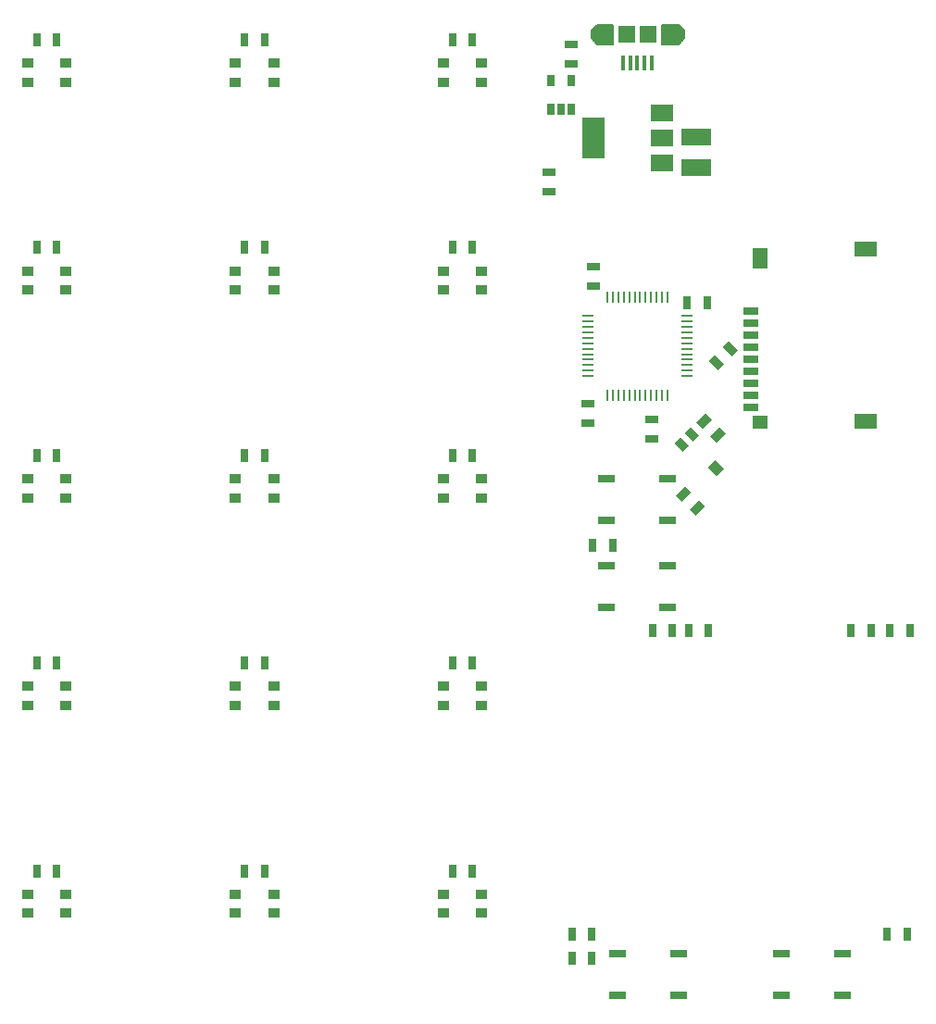
<source format=gtp>
G75*
%MOIN*%
%OFA0B0*%
%FSLAX25Y25*%
%IPPOS*%
%LPD*%
%AMOC8*
5,1,8,0,0,1.08239X$1,22.5*
%
%ADD10R,0.03150X0.04724*%
%ADD11R,0.00787X0.03937*%
%ADD12R,0.03937X0.00787*%
%ADD13R,0.05512X0.02756*%
%ADD14R,0.07874X0.05512*%
%ADD15R,0.05512X0.05039*%
%ADD16R,0.05512X0.07677*%
%ADD17R,0.01378X0.05512*%
%ADD18R,0.05906X0.06102*%
%ADD19C,0.00500*%
%ADD20R,0.06000X0.03000*%
%ADD21R,0.07900X0.05900*%
%ADD22R,0.07900X0.15000*%
%ADD23R,0.04724X0.03150*%
%ADD24R,0.04331X0.03150*%
%ADD25R,0.04331X0.03937*%
%ADD26R,0.03937X0.03346*%
%ADD27R,0.02717X0.03898*%
%ADD28R,0.10630X0.06299*%
D10*
X0037227Y0072298D03*
X0044313Y0072298D03*
X0112030Y0072298D03*
X0119117Y0072298D03*
X0186833Y0072298D03*
X0193920Y0072298D03*
X0229857Y0049400D03*
X0236943Y0049400D03*
X0236943Y0040900D03*
X0229857Y0040900D03*
X0193920Y0147101D03*
X0186833Y0147101D03*
X0237357Y0189400D03*
X0244443Y0189400D03*
G36*
X0269339Y0205122D02*
X0267112Y0207349D01*
X0270451Y0210688D01*
X0272678Y0208461D01*
X0269339Y0205122D01*
G37*
G36*
X0274349Y0200112D02*
X0272122Y0202339D01*
X0275461Y0205678D01*
X0277688Y0203451D01*
X0274349Y0200112D01*
G37*
G36*
X0282961Y0232178D02*
X0285188Y0229951D01*
X0281849Y0226612D01*
X0279622Y0228839D01*
X0282961Y0232178D01*
G37*
G36*
X0277951Y0237188D02*
X0280178Y0234961D01*
X0276839Y0231622D01*
X0274612Y0233849D01*
X0277951Y0237188D01*
G37*
G36*
X0284678Y0254839D02*
X0282451Y0252612D01*
X0279112Y0255951D01*
X0281339Y0258178D01*
X0284678Y0254839D01*
G37*
G36*
X0289688Y0259849D02*
X0287461Y0257622D01*
X0284122Y0260961D01*
X0286349Y0263188D01*
X0289688Y0259849D01*
G37*
X0278443Y0276900D03*
X0271357Y0276900D03*
X0193920Y0296707D03*
X0186833Y0296707D03*
X0119117Y0296707D03*
X0112030Y0296707D03*
X0044313Y0296707D03*
X0037227Y0296707D03*
X0037227Y0221904D03*
X0044313Y0221904D03*
X0112030Y0221904D03*
X0119117Y0221904D03*
X0186833Y0221904D03*
X0193920Y0221904D03*
X0258857Y0158900D03*
X0265943Y0158900D03*
X0271857Y0158900D03*
X0278943Y0158900D03*
X0330357Y0158900D03*
X0337443Y0158900D03*
X0344357Y0158900D03*
X0351443Y0158900D03*
X0350443Y0049400D03*
X0343357Y0049400D03*
X0119117Y0147101D03*
X0112030Y0147101D03*
X0044313Y0147101D03*
X0037227Y0147101D03*
X0037227Y0371510D03*
X0044313Y0371510D03*
X0112030Y0371510D03*
X0119117Y0371510D03*
X0186833Y0371510D03*
X0193920Y0371510D03*
D11*
X0242542Y0278959D03*
X0244510Y0278959D03*
X0246479Y0278959D03*
X0248447Y0278959D03*
X0250416Y0278959D03*
X0252384Y0278959D03*
X0254353Y0278959D03*
X0256321Y0278959D03*
X0258290Y0278959D03*
X0260258Y0278959D03*
X0262227Y0278959D03*
X0264195Y0278959D03*
X0264195Y0243526D03*
X0262227Y0243526D03*
X0260258Y0243526D03*
X0258290Y0243526D03*
X0256321Y0243526D03*
X0254353Y0243526D03*
X0252384Y0243526D03*
X0250416Y0243526D03*
X0248447Y0243526D03*
X0246479Y0243526D03*
X0244510Y0243526D03*
X0242542Y0243526D03*
D12*
X0235652Y0250416D03*
X0235652Y0252384D03*
X0235652Y0254353D03*
X0235652Y0256321D03*
X0235652Y0258290D03*
X0235652Y0260258D03*
X0235652Y0262227D03*
X0235652Y0264195D03*
X0235652Y0266164D03*
X0235652Y0268132D03*
X0235652Y0270101D03*
X0235652Y0272069D03*
X0271085Y0272069D03*
X0271085Y0270101D03*
X0271085Y0268132D03*
X0271085Y0266164D03*
X0271085Y0264195D03*
X0271085Y0262227D03*
X0271085Y0260258D03*
X0271085Y0258290D03*
X0271085Y0256321D03*
X0271085Y0254353D03*
X0271085Y0252384D03*
X0271085Y0250416D03*
D13*
X0294235Y0252187D03*
X0294235Y0247857D03*
X0294235Y0243526D03*
X0294235Y0239195D03*
X0294235Y0256518D03*
X0294235Y0260849D03*
X0294235Y0265180D03*
X0294235Y0269510D03*
X0294235Y0273841D03*
D14*
X0335455Y0296282D03*
X0335455Y0234077D03*
D15*
X0297660Y0233841D03*
D16*
X0297660Y0292837D03*
D17*
X0258487Y0363014D03*
X0255928Y0363014D03*
X0253369Y0363014D03*
X0250809Y0363014D03*
X0248250Y0363014D03*
D18*
X0249431Y0373447D03*
X0257306Y0373447D03*
D19*
X0262069Y0373289D02*
X0270269Y0373289D01*
X0270269Y0372791D02*
X0262069Y0372791D01*
X0262069Y0372292D02*
X0270269Y0372292D01*
X0270269Y0372147D02*
X0268069Y0369947D01*
X0262069Y0369947D01*
X0262069Y0376847D01*
X0268169Y0376847D01*
X0269869Y0375147D01*
X0270269Y0374747D01*
X0270269Y0372147D01*
X0269915Y0371794D02*
X0262069Y0371794D01*
X0262069Y0371295D02*
X0269417Y0371295D01*
X0268918Y0370797D02*
X0262069Y0370797D01*
X0262069Y0370298D02*
X0268420Y0370298D01*
X0270269Y0373788D02*
X0262069Y0373788D01*
X0262069Y0374286D02*
X0270269Y0374286D01*
X0270231Y0374785D02*
X0262069Y0374785D01*
X0262069Y0375283D02*
X0269732Y0375283D01*
X0269234Y0375782D02*
X0262069Y0375782D01*
X0262069Y0376281D02*
X0268735Y0376281D01*
X0268237Y0376779D02*
X0262069Y0376779D01*
X0244669Y0376747D02*
X0244669Y0369947D01*
X0238969Y0369947D01*
X0236869Y0372047D01*
X0236869Y0374847D01*
X0238769Y0376747D01*
X0244669Y0376747D01*
X0244669Y0376281D02*
X0238302Y0376281D01*
X0237803Y0375782D02*
X0244669Y0375782D01*
X0244669Y0375283D02*
X0237305Y0375283D01*
X0236869Y0374785D02*
X0244669Y0374785D01*
X0244669Y0374286D02*
X0236869Y0374286D01*
X0236869Y0373788D02*
X0244669Y0373788D01*
X0244669Y0373289D02*
X0236869Y0373289D01*
X0236869Y0372791D02*
X0244669Y0372791D01*
X0244669Y0372292D02*
X0236869Y0372292D01*
X0237122Y0371794D02*
X0244669Y0371794D01*
X0244669Y0371295D02*
X0237620Y0371295D01*
X0238119Y0370797D02*
X0244669Y0370797D01*
X0244669Y0370298D02*
X0238617Y0370298D01*
D20*
X0242369Y0213624D03*
X0242369Y0198624D03*
X0242369Y0182128D03*
X0242369Y0167128D03*
X0264369Y0167128D03*
X0264369Y0182128D03*
X0264369Y0198624D03*
X0264369Y0213624D03*
X0268306Y0042428D03*
X0268306Y0027428D03*
X0246306Y0027428D03*
X0246306Y0042428D03*
X0305361Y0042428D03*
X0305361Y0027428D03*
X0327361Y0027428D03*
X0327361Y0042428D03*
D21*
X0262269Y0327146D03*
X0262269Y0336146D03*
X0262269Y0345146D03*
D22*
X0237469Y0336046D03*
D23*
X0221400Y0323943D03*
X0221400Y0316857D03*
X0237400Y0289943D03*
X0237400Y0282857D03*
X0235400Y0240443D03*
X0235400Y0233357D03*
X0258400Y0234943D03*
X0258400Y0227857D03*
X0229400Y0362857D03*
X0229400Y0369943D03*
D24*
G36*
X0273421Y0226771D02*
X0270360Y0229832D01*
X0272587Y0232059D01*
X0275648Y0228998D01*
X0273421Y0226771D01*
G37*
G36*
X0269802Y0223152D02*
X0266741Y0226213D01*
X0268968Y0228440D01*
X0272029Y0225379D01*
X0269802Y0223152D01*
G37*
D25*
G36*
X0281745Y0214328D02*
X0278684Y0217389D01*
X0281467Y0220172D01*
X0284528Y0217111D01*
X0281745Y0214328D01*
G37*
D26*
X0033880Y0057010D03*
X0033880Y0063900D03*
X0047660Y0063900D03*
X0047660Y0057010D03*
X0108683Y0057010D03*
X0108683Y0063900D03*
X0122463Y0063900D03*
X0122463Y0057010D03*
X0183487Y0057010D03*
X0183487Y0063900D03*
X0197266Y0063900D03*
X0197266Y0057010D03*
X0197266Y0131813D03*
X0197266Y0138703D03*
X0183487Y0138703D03*
X0183487Y0131813D03*
X0122463Y0131813D03*
X0122463Y0138703D03*
X0108683Y0138703D03*
X0108683Y0131813D03*
X0047660Y0131813D03*
X0047660Y0138703D03*
X0033880Y0138703D03*
X0033880Y0131813D03*
X0033880Y0206617D03*
X0033880Y0213506D03*
X0047660Y0213506D03*
X0047660Y0206617D03*
X0108683Y0206617D03*
X0108683Y0213506D03*
X0122463Y0213506D03*
X0122463Y0206617D03*
X0183487Y0206617D03*
X0183487Y0213506D03*
X0197266Y0213506D03*
X0197266Y0206617D03*
X0197266Y0281420D03*
X0197266Y0288309D03*
X0183487Y0288309D03*
X0183487Y0281420D03*
X0122463Y0281420D03*
X0122463Y0288309D03*
X0108683Y0288309D03*
X0108683Y0281420D03*
X0047660Y0281420D03*
X0047660Y0288309D03*
X0033880Y0288309D03*
X0033880Y0281420D03*
X0033880Y0356223D03*
X0033880Y0363113D03*
X0047660Y0363113D03*
X0047660Y0356223D03*
X0108683Y0356223D03*
X0108683Y0363113D03*
X0122463Y0363113D03*
X0122463Y0356223D03*
X0183487Y0356223D03*
X0183487Y0363113D03*
X0197266Y0363113D03*
X0197266Y0356223D03*
D27*
X0222060Y0356818D03*
X0229540Y0356818D03*
X0229540Y0346621D03*
X0225800Y0346621D03*
X0222060Y0346621D03*
D28*
X0274400Y0336412D03*
X0274400Y0325388D03*
M02*

</source>
